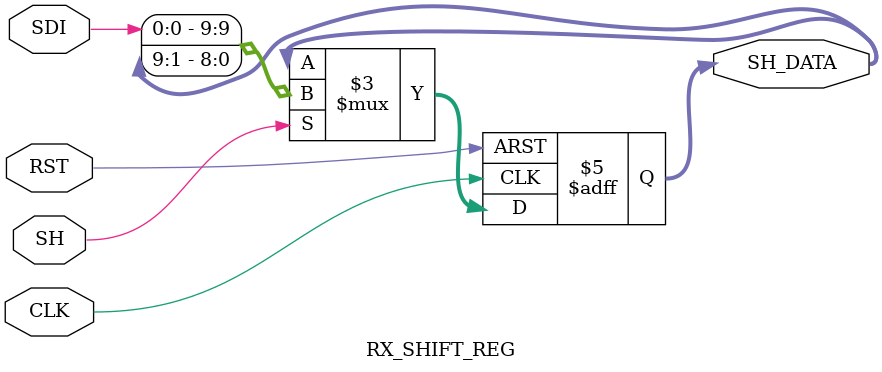
<source format=v>
`timescale 1ns / 1ps
/*
   Receiving Engine Shifting Register
      Shifiting input from RX_line to REMAP Register when START bit
      has been acknowledged and shifts data out on raising edge
      of bit time up(btu).
      Shifting signal(SH) is the combinational logic of BTU & ~START
*/
module RX_SHIFT_REG(CLK, RST, SH, SDI, SH_DATA);
    input        CLK;                 // System clock
    input        RST;                 // System reset
    input        SH;                  // Shifting signal
    input        SDI;                 // Serial Data Input
    output reg [9:0] SH_DATA;     	  // Shifting output
    
    always@(posedge CLK, posedge RST)
        if(RST) SH_DATA <= 10'b0; else
        if(SH)  SH_DATA <= {SDI, SH_DATA[9:1]};
        else    SH_DATA <= SH_DATA;

endmodule

</source>
